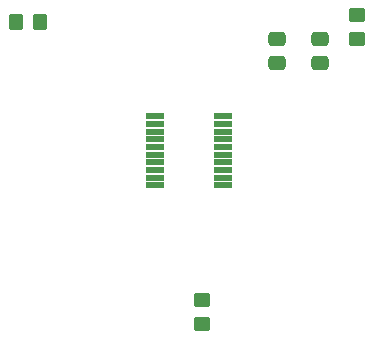
<source format=gbr>
%TF.GenerationSoftware,KiCad,Pcbnew,7.0.9*%
%TF.CreationDate,2024-04-01T13:07:38-07:00*%
%TF.ProjectId,n76e003-ufo-target-board,6e373665-3030-4332-9d75-666f2d746172,rev?*%
%TF.SameCoordinates,Original*%
%TF.FileFunction,Paste,Top*%
%TF.FilePolarity,Positive*%
%FSLAX46Y46*%
G04 Gerber Fmt 4.6, Leading zero omitted, Abs format (unit mm)*
G04 Created by KiCad (PCBNEW 7.0.9) date 2024-04-01 13:07:38*
%MOMM*%
%LPD*%
G01*
G04 APERTURE LIST*
G04 Aperture macros list*
%AMRoundRect*
0 Rectangle with rounded corners*
0 $1 Rounding radius*
0 $2 $3 $4 $5 $6 $7 $8 $9 X,Y pos of 4 corners*
0 Add a 4 corners polygon primitive as box body*
4,1,4,$2,$3,$4,$5,$6,$7,$8,$9,$2,$3,0*
0 Add four circle primitives for the rounded corners*
1,1,$1+$1,$2,$3*
1,1,$1+$1,$4,$5*
1,1,$1+$1,$6,$7*
1,1,$1+$1,$8,$9*
0 Add four rect primitives between the rounded corners*
20,1,$1+$1,$2,$3,$4,$5,0*
20,1,$1+$1,$4,$5,$6,$7,0*
20,1,$1+$1,$6,$7,$8,$9,0*
20,1,$1+$1,$8,$9,$2,$3,0*%
G04 Aperture macros list end*
%ADD10RoundRect,0.250000X0.450000X-0.350000X0.450000X0.350000X-0.450000X0.350000X-0.450000X-0.350000X0*%
%ADD11RoundRect,0.250000X0.350000X0.450000X-0.350000X0.450000X-0.350000X-0.450000X0.350000X-0.450000X0*%
%ADD12RoundRect,0.250000X-0.450000X0.350000X-0.450000X-0.350000X0.450000X-0.350000X0.450000X0.350000X0*%
%ADD13RoundRect,0.008200X0.731800X0.196800X-0.731800X0.196800X-0.731800X-0.196800X0.731800X-0.196800X0*%
%ADD14RoundRect,0.008200X-0.731800X-0.196800X0.731800X-0.196800X0.731800X0.196800X-0.731800X0.196800X0*%
%ADD15RoundRect,0.250000X-0.475000X0.337500X-0.475000X-0.337500X0.475000X-0.337500X0.475000X0.337500X0*%
G04 APERTURE END LIST*
D10*
%TO.C,R3*%
X150000000Y-106100000D03*
X150000000Y-104100000D03*
%TD*%
D11*
%TO.C,R1*%
X136240000Y-80530000D03*
X134240000Y-80530000D03*
%TD*%
D12*
%TO.C,R2*%
X163102500Y-79965000D03*
X163102500Y-81965000D03*
%TD*%
D13*
%TO.C,U2*%
X151757500Y-94375000D03*
X151757500Y-93725000D03*
X151757500Y-93075000D03*
X151757500Y-92425000D03*
X151757500Y-91775000D03*
X151757500Y-91125000D03*
X151757500Y-90475000D03*
X151757500Y-89825000D03*
X151757500Y-89175000D03*
X151757500Y-88525000D03*
D14*
X146027500Y-88525000D03*
X146027500Y-89175000D03*
X146027500Y-89825000D03*
X146027500Y-90475000D03*
X146027500Y-91125000D03*
X146027500Y-91775000D03*
X146027500Y-92425000D03*
X146027500Y-93075000D03*
X146027500Y-93725000D03*
X146027500Y-94375000D03*
%TD*%
D15*
%TO.C,C2*%
X156325000Y-81962500D03*
X156325000Y-84037500D03*
%TD*%
%TO.C,C1*%
X160000000Y-81962500D03*
X160000000Y-84037500D03*
%TD*%
M02*

</source>
